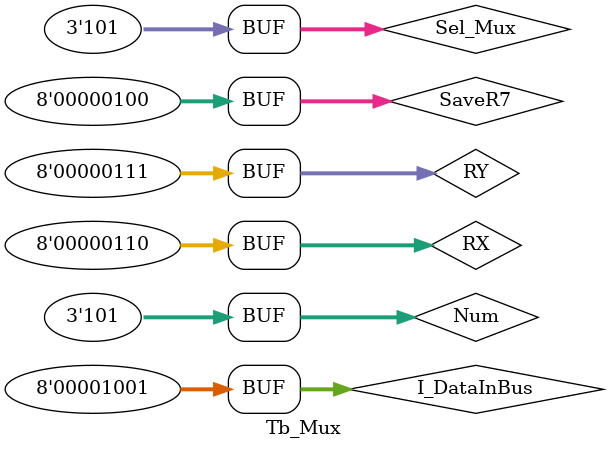
<source format=v>
`timescale 1ns / 1ps

module Tb_Mux;
    reg [7:0] I_DataInBus;
    reg [7:0] RY;
    reg [7:0] RX;
    reg [2:0] Num;
    reg [7:0]SaveR7;
    reg [2:0] Sel_Mux;
    wire [7:0] Mux_a_Reg;
    
    Mux uut(
        .i_DataInBus(I_DataInBus),
        .RY(RY),
        .RX(RX),
        .Num(Num),
        .SaveR7(SaveR7),
        .Sel_Mux(Sel_Mux),
        .Mux_a_Reg(Mux_a_Reg)
    );
    initial
        begin
            I_DataInBus=0;
            RY=0;
            RX=0;
            Num=0;
            SaveR7=0;
            Sel_Mux=3'b000;
            #2 I_DataInBus=8'b00001001; RY=8'b00000111; RX=8'b00000110; Num=8'b00000101; SaveR7=8'b00000100;
            #2 Sel_Mux=3'b000;
            #2 Sel_Mux=3'b010;
            #2 Sel_Mux=3'b011;
            #2 Sel_Mux=3'b100;
            #2 Sel_Mux=3'b101;
        end
endmodule

</source>
